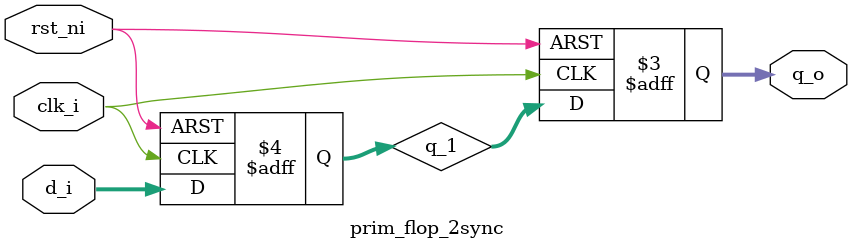
<source format=sv>
module prim_flop_2sync #(
  parameter int               Width      = 16,
  parameter logic [Width-1:0] ResetValue = '0
) (
  input                    clk_i,
  input                    rst_ni,
  input        [Width-1:0] d_i,
  output logic [Width-1:0] q_o
);
  logic [Width-1:0] q_1;

  always @(posedge clk_i, negedge rst_ni) begin
    if (~rst_ni) begin
      q_o <= ResetValue;
      q_1 <= ResetValue;
    end else begin
      q_o <= q_1;
      q_1 <= d_i;
    end
  end
endmodule


</source>
